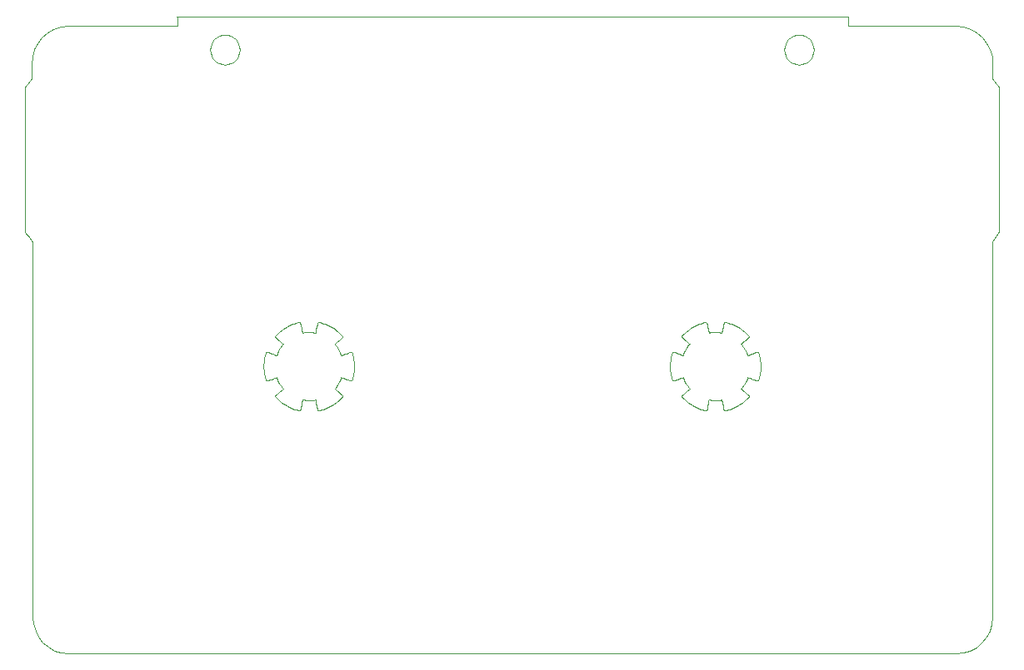
<source format=gbr>
G04 #@! TF.FileFunction,Profile,NP*
%FSLAX46Y46*%
G04 Gerber Fmt 4.6, Leading zero omitted, Abs format (unit mm)*
G04 Created by KiCad (PCBNEW 4.0.7-e0-6372~58~ubuntu16.04.1) date Wed May  1 15:56:19 2019*
%MOMM*%
%LPD*%
G01*
G04 APERTURE LIST*
%ADD10C,0.100000*%
G04 APERTURE END LIST*
D10*
X115972317Y-67627762D02*
X115972317Y-67749650D01*
X115972317Y-67749650D02*
X115972317Y-67871537D01*
X115972317Y-67871537D02*
X115972317Y-67993424D01*
X115972317Y-67993424D02*
X115972317Y-68115313D01*
X115972317Y-68115313D02*
X115972317Y-68237200D01*
X115972317Y-68237200D02*
X115972317Y-68359087D01*
X115972317Y-68359087D02*
X115972317Y-68480976D01*
X115972317Y-68480976D02*
X115972317Y-68602863D01*
X115972317Y-68602863D02*
X114588559Y-68602863D01*
X114588559Y-68602863D02*
X113204804Y-68602863D01*
X113204804Y-68602863D02*
X111821045Y-68602863D01*
X111821045Y-68602863D02*
X110437288Y-68602863D01*
X110437288Y-68602863D02*
X109053524Y-68602863D01*
X109053524Y-68602863D02*
X107669766Y-68602863D01*
X107669766Y-68602863D02*
X106286011Y-68602863D01*
X106286011Y-68602863D02*
X104902253Y-68602863D01*
X104902253Y-68602863D02*
X104142006Y-68683223D01*
X104142006Y-68683223D02*
X103437994Y-68912650D01*
X103437994Y-68912650D02*
X102804126Y-69273670D01*
X102804126Y-69273670D02*
X102254314Y-69748806D01*
X102254314Y-69748806D02*
X101802468Y-70320579D01*
X101802468Y-70320579D02*
X101462500Y-70971517D01*
X101462500Y-70971517D02*
X101248316Y-71684141D01*
X101248316Y-71684141D02*
X101173831Y-72440973D01*
X101173831Y-72440973D02*
X101173831Y-72605441D01*
X101173831Y-72605441D02*
X101173831Y-72769913D01*
X101173831Y-72769913D02*
X101173831Y-72934380D01*
X101173831Y-72934380D02*
X101173831Y-73098849D01*
X101173831Y-73098849D02*
X101173831Y-73263319D01*
X101173831Y-73263319D02*
X101173831Y-73427786D01*
X101173831Y-73427786D02*
X101173831Y-73592258D01*
X101173831Y-73592258D02*
X101173831Y-73756725D01*
X101173831Y-73756725D02*
X101173831Y-73779665D01*
X101173831Y-73779665D02*
X101173831Y-73802605D01*
X101173831Y-73802605D02*
X101173831Y-73825545D01*
X101173831Y-73825545D02*
X101173831Y-73848485D01*
X101173831Y-73848485D02*
X101173831Y-73871425D01*
X101173831Y-73871425D02*
X101173831Y-73894365D01*
X101173831Y-73894365D02*
X101173831Y-73917305D01*
X101173831Y-73917305D02*
X101173831Y-73940245D01*
X101173831Y-73940245D02*
X101090531Y-74049936D01*
X101090531Y-74049936D02*
X101007231Y-74159627D01*
X101007231Y-74159627D02*
X100923931Y-74269318D01*
X100923931Y-74269318D02*
X100840631Y-74379013D01*
X100840631Y-74379013D02*
X100757331Y-74488704D01*
X100757331Y-74488704D02*
X100674031Y-74598395D01*
X100674031Y-74598395D02*
X100590731Y-74708087D01*
X100590731Y-74708087D02*
X100507431Y-74817778D01*
X100507431Y-74817778D02*
X100510831Y-76657597D01*
X100510831Y-76657597D02*
X100514231Y-78497418D01*
X100514231Y-78497418D02*
X100517631Y-80337236D01*
X100517631Y-80337236D02*
X100521031Y-82177057D01*
X100521031Y-82177057D02*
X100524431Y-84016874D01*
X100524431Y-84016874D02*
X100527831Y-85856692D01*
X100527831Y-85856692D02*
X100531231Y-87696513D01*
X100531231Y-87696513D02*
X100534631Y-89536331D01*
X100534631Y-89536331D02*
X100631021Y-89663455D01*
X100631021Y-89663455D02*
X100727411Y-89790579D01*
X100727411Y-89790579D02*
X100823801Y-89917703D01*
X100823801Y-89917703D02*
X100920191Y-90044825D01*
X100920191Y-90044825D02*
X101016581Y-90171949D01*
X101016581Y-90171949D02*
X101112981Y-90299073D01*
X101112981Y-90299073D02*
X101209371Y-90426197D01*
X101209371Y-90426197D02*
X101305764Y-90553321D01*
X101305764Y-90553321D02*
X101305764Y-90734878D01*
X101305764Y-90734878D02*
X101305764Y-90916434D01*
X101305764Y-90916434D02*
X101305764Y-91097990D01*
X101305764Y-91097990D02*
X101305764Y-91279547D01*
X101305764Y-91279547D02*
X101305764Y-91461106D01*
X101305764Y-91461106D02*
X101305764Y-91642662D01*
X101305764Y-91642662D02*
X101305764Y-91824219D01*
X101305764Y-91824219D02*
X101305764Y-92005775D01*
X101305764Y-92005775D02*
X101305764Y-96587890D01*
X101305764Y-96587890D02*
X101305764Y-101170005D01*
X101305764Y-101170005D02*
X101305764Y-105752119D01*
X101305764Y-105752119D02*
X101305764Y-110334234D01*
X101305764Y-110334234D02*
X101305764Y-114916348D01*
X101305764Y-114916348D02*
X101305764Y-119498463D01*
X101305764Y-119498463D02*
X101305764Y-124080579D01*
X101305764Y-124080579D02*
X101305764Y-128662699D01*
X101305764Y-128662699D02*
X101305764Y-128662909D01*
X101305764Y-128662909D02*
X101305764Y-128663119D01*
X101305764Y-128663119D02*
X101305764Y-128663329D01*
X101305764Y-128663329D02*
X101305764Y-128663549D01*
X101305764Y-128663549D02*
X101305764Y-128663759D01*
X101305764Y-128663759D02*
X101305764Y-128663969D01*
X101305764Y-128663969D02*
X101305764Y-128664179D01*
X101305764Y-128664179D02*
X101305764Y-128664389D01*
X101305764Y-128664389D02*
X101377993Y-129400589D01*
X101377993Y-129400589D02*
X101581035Y-130097208D01*
X101581035Y-130097208D02*
X101903384Y-130736208D01*
X101903384Y-130736208D02*
X102333530Y-131299507D01*
X102333530Y-131299507D02*
X102859962Y-131769067D01*
X102859962Y-131769067D02*
X103471173Y-132126826D01*
X103471173Y-132126826D02*
X104155653Y-132354716D01*
X104155653Y-132354716D02*
X104901893Y-132434716D01*
X104901893Y-132434716D02*
X116178594Y-132434716D01*
X116178594Y-132434716D02*
X127455285Y-132434716D01*
X127455285Y-132434716D02*
X138731979Y-132434716D01*
X138731979Y-132434716D02*
X150008670Y-132434716D01*
X150008670Y-132434716D02*
X161285363Y-132434716D01*
X161285363Y-132434716D02*
X172562056Y-132434716D01*
X172562056Y-132434716D02*
X183838747Y-132434716D01*
X183838747Y-132434716D02*
X195115440Y-132434716D01*
X195115440Y-132434716D02*
X195866958Y-132356816D01*
X195866958Y-132356816D02*
X196565281Y-132133896D01*
X196565281Y-132133896D02*
X197195923Y-131782217D01*
X197195923Y-131782217D02*
X197744391Y-131318007D01*
X197744391Y-131318007D02*
X198196200Y-130757498D01*
X198196200Y-130757498D02*
X198536860Y-130116928D01*
X198536860Y-130116928D02*
X198751879Y-129412539D01*
X198751879Y-129412539D02*
X198826769Y-128660559D01*
X198826769Y-128660559D02*
X198826769Y-123986609D01*
X198826769Y-123986609D02*
X198826769Y-119312639D01*
X198826769Y-119312639D02*
X198826769Y-114638678D01*
X198826769Y-114638678D02*
X198826769Y-109964717D01*
X198826769Y-109964717D02*
X198826769Y-105290759D01*
X198826769Y-105290759D02*
X198826769Y-100616798D01*
X198826769Y-100616798D02*
X198826769Y-95942837D01*
X198826769Y-95942837D02*
X198826769Y-91268874D01*
X198826769Y-91268874D02*
X198826769Y-91174134D01*
X198826769Y-91174134D02*
X198826769Y-91079394D01*
X198826769Y-91079394D02*
X198826769Y-90984654D01*
X198826769Y-90984654D02*
X198826769Y-90889914D01*
X198826769Y-90889914D02*
X198826769Y-90795174D01*
X198826769Y-90795174D02*
X198826769Y-90700434D01*
X198826769Y-90700434D02*
X198826769Y-90605694D01*
X198826769Y-90605694D02*
X198826769Y-90510954D01*
X198826769Y-90510954D02*
X198908349Y-90383762D01*
X198908349Y-90383762D02*
X198989929Y-90256568D01*
X198989929Y-90256568D02*
X199071509Y-90129376D01*
X199071509Y-90129376D02*
X199153089Y-90002181D01*
X199153089Y-90002181D02*
X199234669Y-89874989D01*
X199234669Y-89874989D02*
X199316249Y-89747797D01*
X199316249Y-89747797D02*
X199397829Y-89620603D01*
X199397829Y-89620603D02*
X199479429Y-89493411D01*
X199479429Y-89493411D02*
X199482429Y-87659449D01*
X199482429Y-87659449D02*
X199485429Y-85825487D01*
X199485429Y-85825487D02*
X199488429Y-83991525D01*
X199488429Y-83991525D02*
X199491429Y-82157564D01*
X199491429Y-82157564D02*
X199494429Y-80323602D01*
X199494429Y-80323602D02*
X199497429Y-78489640D01*
X199497429Y-78489640D02*
X199500429Y-76655677D01*
X199500429Y-76655677D02*
X199503429Y-74821715D01*
X199503429Y-74821715D02*
X199421529Y-74711945D01*
X199421529Y-74711945D02*
X199339329Y-74602187D01*
X199339329Y-74602187D02*
X199257129Y-74492424D01*
X199257129Y-74492424D02*
X199174929Y-74382665D01*
X199174929Y-74382665D02*
X199092729Y-74272903D01*
X199092729Y-74272903D02*
X199010529Y-74163141D01*
X199010529Y-74163141D02*
X198928329Y-74053382D01*
X198928329Y-74053382D02*
X198846129Y-73943620D01*
X198846129Y-73943620D02*
X198846129Y-73907580D01*
X198846129Y-73907580D02*
X198846129Y-73871550D01*
X198846129Y-73871550D02*
X198846129Y-73835510D01*
X198846129Y-73835510D02*
X198846129Y-73799480D01*
X198846129Y-73799480D02*
X198846129Y-73763440D01*
X198846129Y-73763440D02*
X198846129Y-73727400D01*
X198846129Y-73727400D02*
X198846129Y-73691370D01*
X198846129Y-73691370D02*
X198846129Y-73655330D01*
X198846129Y-73655330D02*
X198846129Y-73504296D01*
X198846129Y-73504296D02*
X198846129Y-73353266D01*
X198846129Y-73353266D02*
X198846129Y-73202231D01*
X198846129Y-73202231D02*
X198846129Y-73051201D01*
X198846129Y-73051201D02*
X198846129Y-72900165D01*
X198846129Y-72900165D02*
X198846129Y-72749131D01*
X198846129Y-72749131D02*
X198846129Y-72598100D01*
X198846129Y-72598100D02*
X198846129Y-72447066D01*
X198846129Y-72447066D02*
X198775089Y-71687155D01*
X198775089Y-71687155D02*
X198561992Y-70972574D01*
X198561992Y-70972574D02*
X198221338Y-70320578D01*
X198221338Y-70320578D02*
X197767627Y-69748429D01*
X197767627Y-69748429D02*
X197215360Y-69273384D01*
X197215360Y-69273384D02*
X196579034Y-68912699D01*
X196579034Y-68912699D02*
X195873148Y-68683633D01*
X195873148Y-68683633D02*
X195112201Y-68603443D01*
X195112201Y-68603443D02*
X193741535Y-68603443D01*
X193741535Y-68603443D02*
X192370869Y-68603443D01*
X192370869Y-68603443D02*
X191000203Y-68603443D01*
X191000203Y-68603443D02*
X189629540Y-68603443D01*
X189629540Y-68603443D02*
X188258875Y-68603443D01*
X188258875Y-68603443D02*
X186888209Y-68603443D01*
X186888209Y-68603443D02*
X185517543Y-68603443D01*
X185517543Y-68603443D02*
X184146877Y-68603443D01*
X184146877Y-68603443D02*
X184146877Y-68481487D01*
X184146877Y-68481487D02*
X184146877Y-68359530D01*
X184146877Y-68359530D02*
X184146877Y-68237575D01*
X184146877Y-68237575D02*
X184146877Y-68115618D01*
X184146877Y-68115618D02*
X184146877Y-67993662D01*
X184146877Y-67993662D02*
X184146877Y-67871706D01*
X184146877Y-67871706D02*
X184146877Y-67749750D01*
X184146877Y-67749750D02*
X184146877Y-67627793D01*
X184146877Y-67627793D02*
X175624608Y-67627793D01*
X175624608Y-67627793D02*
X167102338Y-67627793D01*
X167102338Y-67627793D02*
X158580069Y-67627793D01*
X158580069Y-67627793D02*
X150057799Y-67627793D01*
X150057799Y-67627793D02*
X141535527Y-67627793D01*
X141535527Y-67627793D02*
X133013257Y-67627793D01*
X133013257Y-67627793D02*
X124490986Y-67627793D01*
X124490986Y-67627793D02*
X115968717Y-67627793D01*
X115968717Y-67627793D02*
X115968715Y-67627788D01*
X115968715Y-67627788D02*
X115968712Y-67627783D01*
X115968712Y-67627783D02*
X115968709Y-67627778D01*
X115968709Y-67627778D02*
X115968706Y-67627773D01*
X115968706Y-67627773D02*
X115968704Y-67627769D01*
X115968704Y-67627769D02*
X115968701Y-67627763D01*
X115968701Y-67627763D02*
X115968698Y-67627759D01*
X115968698Y-67627759D02*
X115972298Y-67627793D01*
X115972298Y-67627793D02*
X115972317Y-67627762D01*
X122341739Y-71018131D02*
X122312599Y-71312681D01*
X122312599Y-71312681D02*
X122227349Y-71593224D01*
X122227349Y-71593224D02*
X122089255Y-71851882D01*
X122089255Y-71851882D02*
X121901584Y-72080765D01*
X121901584Y-72080765D02*
X121672699Y-72268438D01*
X121672699Y-72268438D02*
X121414042Y-72406531D01*
X121414042Y-72406531D02*
X121133498Y-72491782D01*
X121133498Y-72491782D02*
X120838948Y-72520922D01*
X120838948Y-72520922D02*
X120544398Y-72491782D01*
X120544398Y-72491782D02*
X120263854Y-72406531D01*
X120263854Y-72406531D02*
X120005197Y-72268438D01*
X120005197Y-72268438D02*
X119776312Y-72080765D01*
X119776312Y-72080765D02*
X119588641Y-71851882D01*
X119588641Y-71851882D02*
X119450547Y-71593224D01*
X119450547Y-71593224D02*
X119365297Y-71312681D01*
X119365297Y-71312681D02*
X119336157Y-71018131D01*
X119336157Y-71018131D02*
X119365297Y-70723580D01*
X119365297Y-70723580D02*
X119450547Y-70443037D01*
X119450547Y-70443037D02*
X119588641Y-70184380D01*
X119588641Y-70184380D02*
X119776312Y-69955495D01*
X119776312Y-69955495D02*
X120005197Y-69767824D01*
X120005197Y-69767824D02*
X120263854Y-69629730D01*
X120263854Y-69629730D02*
X120544398Y-69544480D01*
X120544398Y-69544480D02*
X120838948Y-69515340D01*
X120838948Y-69515340D02*
X121133498Y-69544480D01*
X121133498Y-69544480D02*
X121414042Y-69629730D01*
X121414042Y-69629730D02*
X121672699Y-69767824D01*
X121672699Y-69767824D02*
X121901584Y-69955495D01*
X121901584Y-69955495D02*
X122089255Y-70184380D01*
X122089255Y-70184380D02*
X122227349Y-70443037D01*
X122227349Y-70443037D02*
X122312599Y-70723580D01*
X122312599Y-70723580D02*
X122341739Y-71018131D01*
X122341739Y-71018131D02*
X122341739Y-71018131D01*
X122341739Y-71018131D02*
X122341739Y-71018131D01*
X180678623Y-71018131D02*
X180649483Y-71312681D01*
X180649483Y-71312681D02*
X180564233Y-71593224D01*
X180564233Y-71593224D02*
X180426138Y-71851882D01*
X180426138Y-71851882D02*
X180238466Y-72080765D01*
X180238466Y-72080765D02*
X180009581Y-72268438D01*
X180009581Y-72268438D02*
X179750925Y-72406531D01*
X179750925Y-72406531D02*
X179470382Y-72491782D01*
X179470382Y-72491782D02*
X179175829Y-72520922D01*
X179175829Y-72520922D02*
X178881279Y-72491782D01*
X178881279Y-72491782D02*
X178600736Y-72406531D01*
X178600736Y-72406531D02*
X178342080Y-72268438D01*
X178342080Y-72268438D02*
X178113195Y-72080765D01*
X178113195Y-72080765D02*
X177925523Y-71851882D01*
X177925523Y-71851882D02*
X177787428Y-71593224D01*
X177787428Y-71593224D02*
X177702178Y-71312681D01*
X177702178Y-71312681D02*
X177673038Y-71018131D01*
X177673038Y-71018131D02*
X177702178Y-70723580D01*
X177702178Y-70723580D02*
X177787428Y-70443037D01*
X177787428Y-70443037D02*
X177925523Y-70184380D01*
X177925523Y-70184380D02*
X178113195Y-69955495D01*
X178113195Y-69955495D02*
X178342080Y-69767824D01*
X178342080Y-69767824D02*
X178600736Y-69629730D01*
X178600736Y-69629730D02*
X178881279Y-69544480D01*
X178881279Y-69544480D02*
X179175829Y-69515340D01*
X179175829Y-69515340D02*
X179470382Y-69544480D01*
X179470382Y-69544480D02*
X179750925Y-69629730D01*
X179750925Y-69629730D02*
X180009581Y-69767824D01*
X180009581Y-69767824D02*
X180238466Y-69955495D01*
X180238466Y-69955495D02*
X180426138Y-70184380D01*
X180426138Y-70184380D02*
X180564233Y-70443037D01*
X180564233Y-70443037D02*
X180649483Y-70723580D01*
X180649483Y-70723580D02*
X180678623Y-71018131D01*
X180678623Y-71018131D02*
X180678623Y-71018131D01*
X180678623Y-71018131D02*
X180678623Y-71018131D01*
X130280979Y-98709271D02*
X130234479Y-98778521D01*
X130234479Y-98778521D02*
X130202439Y-98939752D01*
X130202439Y-98939752D02*
X130169889Y-99100980D01*
X130169889Y-99100980D02*
X130137329Y-99262210D01*
X130137329Y-99262210D02*
X130105289Y-99423444D01*
X130105289Y-99423444D02*
X130072739Y-99584675D01*
X130072739Y-99584675D02*
X130041219Y-99745389D01*
X130041219Y-99745389D02*
X130028799Y-99806369D01*
X130028799Y-99806369D02*
X129974539Y-99794999D01*
X129974539Y-99794999D02*
X129630895Y-99751079D01*
X129630895Y-99751079D02*
X129283629Y-99742279D01*
X129283629Y-99742279D02*
X128937913Y-99767599D01*
X128937913Y-99767599D02*
X128703818Y-99808429D01*
X128703818Y-99808429D02*
X128691368Y-99750499D01*
X128691368Y-99750499D02*
X128658808Y-99588752D01*
X128658808Y-99588752D02*
X128626248Y-99426488D01*
X128626248Y-99426488D02*
X128593688Y-99264741D01*
X128593688Y-99264741D02*
X128561138Y-99102477D01*
X128561138Y-99102477D02*
X128529098Y-98940211D01*
X128529098Y-98940211D02*
X128496548Y-98777950D01*
X128496548Y-98777950D02*
X128432468Y-98713870D01*
X128432468Y-98713870D02*
X128252143Y-98755090D01*
X128252143Y-98755090D02*
X128074128Y-98803370D01*
X128074128Y-98803370D02*
X127898610Y-98858610D01*
X127898610Y-98858610D02*
X127725784Y-98920700D01*
X127725784Y-98920700D02*
X127555832Y-98989520D01*
X127555832Y-98989520D02*
X127388954Y-99064970D01*
X127388954Y-99064970D02*
X127225334Y-99146940D01*
X127225334Y-99146940D02*
X127065163Y-99235310D01*
X127065163Y-99235310D02*
X126908631Y-99329980D01*
X126908631Y-99329980D02*
X126755929Y-99430838D01*
X126755929Y-99430838D02*
X126607249Y-99537778D01*
X126607249Y-99537778D02*
X126462780Y-99650683D01*
X126462780Y-99650683D02*
X126322710Y-99769445D01*
X126322710Y-99769445D02*
X126187233Y-99893956D01*
X126187233Y-99893956D02*
X126056535Y-100024106D01*
X126056535Y-100024106D02*
X125930810Y-100159781D01*
X125930810Y-100159781D02*
X125955110Y-100245561D01*
X125955110Y-100245561D02*
X126079649Y-100355630D01*
X126079649Y-100355630D02*
X126204707Y-100465186D01*
X126204707Y-100465186D02*
X126329246Y-100575256D01*
X126329246Y-100575256D02*
X126453785Y-100685325D01*
X126453785Y-100685325D02*
X126579360Y-100794881D01*
X126579360Y-100794881D02*
X126703902Y-100904437D01*
X126703902Y-100904437D02*
X126744212Y-100940087D01*
X126744212Y-100940087D02*
X126658422Y-101039307D01*
X126658422Y-101039307D02*
X126455335Y-101320426D01*
X126455335Y-101320426D02*
X126280671Y-101620668D01*
X126280671Y-101620668D02*
X126137008Y-101936410D01*
X126137008Y-101936410D02*
X126084818Y-102088855D01*
X126084818Y-102088855D02*
X126031588Y-102070765D01*
X126031588Y-102070765D02*
X125873458Y-102017535D01*
X125873458Y-102017535D02*
X125715846Y-101964305D01*
X125715846Y-101964305D02*
X125558233Y-101911075D01*
X125558233Y-101911075D02*
X125400621Y-101857845D01*
X125400621Y-101857845D02*
X125243005Y-101804615D01*
X125243005Y-101804615D02*
X125085392Y-101751395D01*
X125085392Y-101751395D02*
X125000122Y-101774115D01*
X125000122Y-101774115D02*
X124972102Y-101861335D01*
X124972102Y-101861335D02*
X124945852Y-101949035D01*
X124945852Y-101949035D02*
X124921352Y-102037195D01*
X124921352Y-102037195D02*
X124898632Y-102125775D01*
X124898632Y-102125775D02*
X124877662Y-102214755D01*
X124877662Y-102214755D02*
X124858472Y-102304115D01*
X124858472Y-102304115D02*
X124841082Y-102393815D01*
X124841082Y-102393815D02*
X124825472Y-102483835D01*
X124825472Y-102483835D02*
X124811672Y-102574145D01*
X124811672Y-102574145D02*
X124799652Y-102664725D01*
X124799652Y-102664725D02*
X124789432Y-102755545D01*
X124789432Y-102755545D02*
X124781032Y-102846575D01*
X124781032Y-102846575D02*
X124774432Y-102937785D01*
X124774432Y-102937785D02*
X124769632Y-103029155D01*
X124769632Y-103029155D02*
X124766632Y-103120655D01*
X124766632Y-103120655D02*
X124765532Y-103212265D01*
X124765532Y-103212265D02*
X124766932Y-103304845D01*
X124766932Y-103304845D02*
X124770132Y-103397315D01*
X124770132Y-103397315D02*
X124775132Y-103489645D01*
X124775132Y-103489645D02*
X124782032Y-103581815D01*
X124782032Y-103581815D02*
X124790732Y-103673795D01*
X124790732Y-103673795D02*
X124801292Y-103765555D01*
X124801292Y-103765555D02*
X124813682Y-103857065D01*
X124813682Y-103857065D02*
X124827882Y-103948295D01*
X124827882Y-103948295D02*
X124843942Y-104039225D01*
X124843942Y-104039225D02*
X124861812Y-104129825D01*
X124861812Y-104129825D02*
X124881482Y-104220055D01*
X124881482Y-104220055D02*
X124902992Y-104309905D01*
X124902992Y-104309905D02*
X124926302Y-104399345D01*
X124926302Y-104399345D02*
X124951422Y-104488335D01*
X124951422Y-104488335D02*
X124978342Y-104576865D01*
X124978342Y-104576865D02*
X125007052Y-104664895D01*
X125007052Y-104664895D02*
X125085602Y-104685555D01*
X125085602Y-104685555D02*
X125241663Y-104632325D01*
X125241663Y-104632325D02*
X125398245Y-104579615D01*
X125398245Y-104579615D02*
X125554825Y-104526905D01*
X125554825Y-104526905D02*
X125710885Y-104474195D01*
X125710885Y-104474195D02*
X125867468Y-104421485D01*
X125867468Y-104421485D02*
X126023528Y-104368255D01*
X126023528Y-104368255D02*
X126086578Y-104347065D01*
X126086578Y-104347065D02*
X126201818Y-104639551D01*
X126201818Y-104639551D02*
X126359430Y-104948060D01*
X126359430Y-104948060D02*
X126489653Y-105156317D01*
X126489653Y-105156317D02*
X126698427Y-105433818D01*
X126698427Y-105433818D02*
X126751647Y-105491698D01*
X126751647Y-105491698D02*
X126695317Y-105540788D01*
X126695317Y-105540788D02*
X126571811Y-105649308D01*
X126571811Y-105649308D02*
X126448305Y-105757831D01*
X126448305Y-105757831D02*
X126324796Y-105866349D01*
X126324796Y-105866349D02*
X126201292Y-105974872D01*
X126201292Y-105974872D02*
X126078300Y-106083392D01*
X126078300Y-106083392D02*
X125954794Y-106191912D01*
X125954794Y-106191912D02*
X125934134Y-106267362D01*
X125934134Y-106267362D02*
X126059912Y-106403427D01*
X126059912Y-106403427D02*
X126190685Y-106533949D01*
X126190685Y-106533949D02*
X126326258Y-106658815D01*
X126326258Y-106658815D02*
X126466448Y-106777925D01*
X126466448Y-106777925D02*
X126611055Y-106891158D01*
X126611055Y-106891158D02*
X126759897Y-106998405D01*
X126759897Y-106998405D02*
X126912774Y-107099559D01*
X126912774Y-107099559D02*
X127069500Y-107194509D01*
X127069500Y-107194509D02*
X127229883Y-107283139D01*
X127229883Y-107283139D02*
X127393731Y-107365339D01*
X127393731Y-107365339D02*
X127560852Y-107441009D01*
X127560852Y-107441009D02*
X127731060Y-107510029D01*
X127731060Y-107510029D02*
X127904157Y-107572289D01*
X127904157Y-107572289D02*
X128079954Y-107627679D01*
X128079954Y-107627679D02*
X128258264Y-107676089D01*
X128258264Y-107676089D02*
X128438890Y-107717409D01*
X128438890Y-107717409D02*
X128495730Y-107659529D01*
X128495730Y-107659529D02*
X128528290Y-107498299D01*
X128528290Y-107498299D02*
X128560330Y-107336552D01*
X128560330Y-107336552D02*
X128592890Y-107175324D01*
X128592890Y-107175324D02*
X128625450Y-107014087D01*
X128625450Y-107014087D02*
X128657490Y-106852859D01*
X128657490Y-106852859D02*
X128689530Y-106692145D01*
X128689530Y-106692145D02*
X128704520Y-106618765D01*
X128704520Y-106618765D02*
X128756710Y-106629605D01*
X128756710Y-106629605D02*
X129101391Y-106673525D01*
X129101391Y-106673525D02*
X129447625Y-106682325D01*
X129447625Y-106682325D02*
X129794373Y-106657545D01*
X129794373Y-106657545D02*
X130027429Y-106617235D01*
X130027429Y-106617235D02*
X130041369Y-106686485D01*
X130041369Y-106686485D02*
X130073409Y-106848233D01*
X130073409Y-106848233D02*
X130105969Y-107011016D01*
X130105969Y-107011016D02*
X130138519Y-107172760D01*
X130138519Y-107172760D02*
X130171079Y-107334507D01*
X130171079Y-107334507D02*
X130203639Y-107496771D01*
X130203639Y-107496771D02*
X130235679Y-107658518D01*
X130235679Y-107658518D02*
X130289939Y-107713808D01*
X130289939Y-107713808D02*
X130470637Y-107672818D01*
X130470637Y-107672818D02*
X130649027Y-107624738D01*
X130649027Y-107624738D02*
X130824919Y-107569678D01*
X130824919Y-107569678D02*
X130998127Y-107507738D01*
X130998127Y-107507738D02*
X131168451Y-107439038D01*
X131168451Y-107439038D02*
X131335707Y-107363678D01*
X131335707Y-107363678D02*
X131499701Y-107281778D01*
X131499701Y-107281778D02*
X131660240Y-107193438D01*
X131660240Y-107193438D02*
X131817136Y-107098788D01*
X131817136Y-107098788D02*
X131970194Y-106997919D01*
X131970194Y-106997919D02*
X132119227Y-106890946D01*
X132119227Y-106890946D02*
X132264041Y-106777986D01*
X132264041Y-106777986D02*
X132404446Y-106659146D01*
X132404446Y-106659146D02*
X132540246Y-106534527D01*
X132540246Y-106534527D02*
X132671253Y-106404251D01*
X132671253Y-106404251D02*
X132797280Y-106268423D01*
X132797280Y-106268423D02*
X132777130Y-106191423D01*
X132777130Y-106191423D02*
X132651555Y-106082387D01*
X132651555Y-106082387D02*
X132526500Y-105972314D01*
X132526500Y-105972314D02*
X132401958Y-105862245D01*
X132401958Y-105862245D02*
X132276903Y-105752173D01*
X132276903Y-105752173D02*
X132151331Y-105642620D01*
X132151331Y-105642620D02*
X132026789Y-105532547D01*
X132026789Y-105532547D02*
X131980799Y-105491727D01*
X131980799Y-105491727D02*
X132073299Y-105385273D01*
X132073299Y-105385273D02*
X132276389Y-105104154D01*
X132276389Y-105104154D02*
X132450540Y-104804431D01*
X132450540Y-104804431D02*
X132594199Y-104488170D01*
X132594199Y-104488170D02*
X132642779Y-104346576D01*
X132642779Y-104346576D02*
X132699619Y-104365706D01*
X132699619Y-104365706D02*
X132857751Y-104418936D01*
X132857751Y-104418936D02*
X133015363Y-104472676D01*
X133015363Y-104472676D02*
X133172976Y-104525386D01*
X133172976Y-104525386D02*
X133330588Y-104579136D01*
X133330588Y-104579136D02*
X133488718Y-104632356D01*
X133488718Y-104632356D02*
X133646333Y-104685586D01*
X133646333Y-104685586D02*
X133726433Y-104664926D01*
X133726433Y-104664926D02*
X133755013Y-104576876D01*
X133755013Y-104576876D02*
X133781793Y-104488336D01*
X133781793Y-104488336D02*
X133806773Y-104399326D01*
X133806773Y-104399326D02*
X133829943Y-104309876D01*
X133829943Y-104309876D02*
X133851303Y-104220016D01*
X133851303Y-104220016D02*
X133870863Y-104129766D01*
X133870863Y-104129766D02*
X133888583Y-104039166D01*
X133888583Y-104039166D02*
X133904503Y-103948236D01*
X133904503Y-103948236D02*
X133918583Y-103857006D01*
X133918583Y-103857006D02*
X133930833Y-103765506D01*
X133930833Y-103765506D02*
X133941243Y-103673756D01*
X133941243Y-103673756D02*
X133949843Y-103581786D01*
X133949843Y-103581786D02*
X133956543Y-103489626D01*
X133956543Y-103489626D02*
X133961443Y-103397306D01*
X133961443Y-103397306D02*
X133964443Y-103304846D01*
X133964443Y-103304846D02*
X133965543Y-103212286D01*
X133965543Y-103212286D02*
X133964143Y-103120586D01*
X133964143Y-103120586D02*
X133961043Y-103028996D01*
X133961043Y-103028996D02*
X133956143Y-102937546D01*
X133956143Y-102937546D02*
X133949443Y-102846246D01*
X133949443Y-102846246D02*
X133940843Y-102755146D01*
X133940843Y-102755146D02*
X133930483Y-102664256D01*
X133930483Y-102664256D02*
X133918323Y-102573606D01*
X133918323Y-102573606D02*
X133904353Y-102483226D01*
X133904353Y-102483226D02*
X133888573Y-102393136D01*
X133888573Y-102393136D02*
X133871023Y-102303376D01*
X133871023Y-102303376D02*
X133851693Y-102213966D01*
X133851693Y-102213966D02*
X133830583Y-102124926D01*
X133830583Y-102124926D02*
X133807693Y-102036296D01*
X133807693Y-102036296D02*
X133783023Y-101948096D01*
X133783023Y-101948096D02*
X133756583Y-101860346D01*
X133756583Y-101860346D02*
X133728393Y-101773086D01*
X133728393Y-101773086D02*
X133645713Y-101750846D01*
X133645713Y-101750846D02*
X133489133Y-101804066D01*
X133489133Y-101804066D02*
X133332556Y-101856776D01*
X133332556Y-101856776D02*
X133176493Y-101909486D01*
X133176493Y-101909486D02*
X133019913Y-101962716D01*
X133019913Y-101962716D02*
X132863850Y-102015426D01*
X132863850Y-102015426D02*
X132707273Y-102068126D01*
X132707273Y-102068126D02*
X132648873Y-102087766D01*
X132648873Y-102087766D02*
X132530532Y-101785461D01*
X132530532Y-101785461D02*
X132371886Y-101476436D01*
X132371886Y-101476436D02*
X132241660Y-101268182D01*
X132241660Y-101268182D02*
X132033406Y-100991195D01*
X132033406Y-100991195D02*
X131986376Y-100940035D01*
X131986376Y-100940035D02*
X132034956Y-100897145D01*
X132034956Y-100897145D02*
X132158462Y-100788628D01*
X132158462Y-100788628D02*
X132281971Y-100679588D01*
X132281971Y-100679588D02*
X132405474Y-100571585D01*
X132405474Y-100571585D02*
X132528983Y-100463065D01*
X132528983Y-100463065D02*
X132651973Y-100354545D01*
X132651973Y-100354545D02*
X132775479Y-100246025D01*
X132775479Y-100246025D02*
X132817859Y-100180395D01*
X132817859Y-100180395D02*
X132690814Y-100041146D01*
X132690814Y-100041146D02*
X132558562Y-99907607D01*
X132558562Y-99907607D02*
X132421314Y-99779896D01*
X132421314Y-99779896D02*
X132279266Y-99658126D01*
X132279266Y-99658126D02*
X132132627Y-99542417D01*
X132132627Y-99542417D02*
X131981595Y-99432884D01*
X131981595Y-99432884D02*
X131826370Y-99329647D01*
X131826370Y-99329647D02*
X131667152Y-99232817D01*
X131667152Y-99232817D02*
X131504143Y-99142517D01*
X131504143Y-99142517D02*
X131337547Y-99058857D01*
X131337547Y-99058857D02*
X131167562Y-98981957D01*
X131167562Y-98981957D02*
X130994393Y-98911937D01*
X130994393Y-98911937D02*
X130818230Y-98848907D01*
X130818230Y-98848907D02*
X130639287Y-98792987D01*
X130639287Y-98792987D02*
X130457756Y-98744297D01*
X130457756Y-98744297D02*
X130280972Y-98709277D01*
X130280972Y-98709277D02*
X130280979Y-98709271D01*
X171578650Y-98709271D02*
X171532150Y-98778521D01*
X171532150Y-98778521D02*
X171500110Y-98939752D01*
X171500110Y-98939752D02*
X171467560Y-99100980D01*
X171467560Y-99100980D02*
X171435000Y-99262210D01*
X171435000Y-99262210D02*
X171402960Y-99423444D01*
X171402960Y-99423444D02*
X171370410Y-99584675D01*
X171370410Y-99584675D02*
X171338890Y-99745389D01*
X171338890Y-99745389D02*
X171326470Y-99806369D01*
X171326470Y-99806369D02*
X171272210Y-99794999D01*
X171272210Y-99794999D02*
X170928566Y-99751079D01*
X170928566Y-99751079D02*
X170581300Y-99742279D01*
X170581300Y-99742279D02*
X170235584Y-99767599D01*
X170235584Y-99767599D02*
X170001489Y-99808429D01*
X170001489Y-99808429D02*
X169989039Y-99750499D01*
X169989039Y-99750499D02*
X169956479Y-99588752D01*
X169956479Y-99588752D02*
X169923919Y-99426488D01*
X169923919Y-99426488D02*
X169891359Y-99264741D01*
X169891359Y-99264741D02*
X169858809Y-99102477D01*
X169858809Y-99102477D02*
X169826769Y-98940211D01*
X169826769Y-98940211D02*
X169794219Y-98777950D01*
X169794219Y-98777950D02*
X169730139Y-98713870D01*
X169730139Y-98713870D02*
X169549814Y-98755090D01*
X169549814Y-98755090D02*
X169371799Y-98803370D01*
X169371799Y-98803370D02*
X169196281Y-98858610D01*
X169196281Y-98858610D02*
X169023455Y-98920700D01*
X169023455Y-98920700D02*
X168853503Y-98989520D01*
X168853503Y-98989520D02*
X168686625Y-99064970D01*
X168686625Y-99064970D02*
X168523005Y-99146940D01*
X168523005Y-99146940D02*
X168362834Y-99235310D01*
X168362834Y-99235310D02*
X168206302Y-99329980D01*
X168206302Y-99329980D02*
X168053600Y-99430838D01*
X168053600Y-99430838D02*
X167904920Y-99537778D01*
X167904920Y-99537778D02*
X167760451Y-99650683D01*
X167760451Y-99650683D02*
X167620381Y-99769445D01*
X167620381Y-99769445D02*
X167484904Y-99893956D01*
X167484904Y-99893956D02*
X167354206Y-100024106D01*
X167354206Y-100024106D02*
X167228481Y-100159781D01*
X167228481Y-100159781D02*
X167252781Y-100245561D01*
X167252781Y-100245561D02*
X167377320Y-100355630D01*
X167377320Y-100355630D02*
X167502378Y-100465186D01*
X167502378Y-100465186D02*
X167626917Y-100575256D01*
X167626917Y-100575256D02*
X167751456Y-100685325D01*
X167751456Y-100685325D02*
X167877031Y-100794881D01*
X167877031Y-100794881D02*
X168001573Y-100904437D01*
X168001573Y-100904437D02*
X168041883Y-100940087D01*
X168041883Y-100940087D02*
X167956093Y-101039307D01*
X167956093Y-101039307D02*
X167753006Y-101320426D01*
X167753006Y-101320426D02*
X167578342Y-101620668D01*
X167578342Y-101620668D02*
X167434679Y-101936410D01*
X167434679Y-101936410D02*
X167382489Y-102088855D01*
X167382489Y-102088855D02*
X167329259Y-102070765D01*
X167329259Y-102070765D02*
X167171129Y-102017535D01*
X167171129Y-102017535D02*
X167013517Y-101964305D01*
X167013517Y-101964305D02*
X166855904Y-101911075D01*
X166855904Y-101911075D02*
X166698292Y-101857845D01*
X166698292Y-101857845D02*
X166540676Y-101804615D01*
X166540676Y-101804615D02*
X166383063Y-101751395D01*
X166383063Y-101751395D02*
X166297793Y-101774115D01*
X166297793Y-101774115D02*
X166269773Y-101861335D01*
X166269773Y-101861335D02*
X166243523Y-101949035D01*
X166243523Y-101949035D02*
X166219023Y-102037195D01*
X166219023Y-102037195D02*
X166196303Y-102125775D01*
X166196303Y-102125775D02*
X166175333Y-102214755D01*
X166175333Y-102214755D02*
X166156143Y-102304115D01*
X166156143Y-102304115D02*
X166138753Y-102393815D01*
X166138753Y-102393815D02*
X166123143Y-102483835D01*
X166123143Y-102483835D02*
X166109343Y-102574145D01*
X166109343Y-102574145D02*
X166097323Y-102664725D01*
X166097323Y-102664725D02*
X166087103Y-102755545D01*
X166087103Y-102755545D02*
X166078703Y-102846575D01*
X166078703Y-102846575D02*
X166072103Y-102937785D01*
X166072103Y-102937785D02*
X166067303Y-103029155D01*
X166067303Y-103029155D02*
X166064303Y-103120655D01*
X166064303Y-103120655D02*
X166063203Y-103212265D01*
X166063203Y-103212265D02*
X166064603Y-103304845D01*
X166064603Y-103304845D02*
X166067803Y-103397315D01*
X166067803Y-103397315D02*
X166072803Y-103489645D01*
X166072803Y-103489645D02*
X166079703Y-103581815D01*
X166079703Y-103581815D02*
X166088403Y-103673795D01*
X166088403Y-103673795D02*
X166098963Y-103765555D01*
X166098963Y-103765555D02*
X166111353Y-103857065D01*
X166111353Y-103857065D02*
X166125553Y-103948295D01*
X166125553Y-103948295D02*
X166141613Y-104039225D01*
X166141613Y-104039225D02*
X166159483Y-104129825D01*
X166159483Y-104129825D02*
X166179153Y-104220055D01*
X166179153Y-104220055D02*
X166200663Y-104309905D01*
X166200663Y-104309905D02*
X166223973Y-104399345D01*
X166223973Y-104399345D02*
X166249093Y-104488335D01*
X166249093Y-104488335D02*
X166276013Y-104576865D01*
X166276013Y-104576865D02*
X166304723Y-104664895D01*
X166304723Y-104664895D02*
X166383273Y-104685555D01*
X166383273Y-104685555D02*
X166539334Y-104632325D01*
X166539334Y-104632325D02*
X166695916Y-104579615D01*
X166695916Y-104579615D02*
X166852496Y-104526905D01*
X166852496Y-104526905D02*
X167008556Y-104474195D01*
X167008556Y-104474195D02*
X167165139Y-104421485D01*
X167165139Y-104421485D02*
X167321199Y-104368255D01*
X167321199Y-104368255D02*
X167384249Y-104347065D01*
X167384249Y-104347065D02*
X167499489Y-104639551D01*
X167499489Y-104639551D02*
X167657101Y-104948060D01*
X167657101Y-104948060D02*
X167787324Y-105156317D01*
X167787324Y-105156317D02*
X167996098Y-105433818D01*
X167996098Y-105433818D02*
X168049318Y-105491698D01*
X168049318Y-105491698D02*
X167992988Y-105540788D01*
X167992988Y-105540788D02*
X167869482Y-105649308D01*
X167869482Y-105649308D02*
X167745976Y-105757831D01*
X167745976Y-105757831D02*
X167622467Y-105866349D01*
X167622467Y-105866349D02*
X167498963Y-105974872D01*
X167498963Y-105974872D02*
X167375971Y-106083392D01*
X167375971Y-106083392D02*
X167252465Y-106191912D01*
X167252465Y-106191912D02*
X167231805Y-106267362D01*
X167231805Y-106267362D02*
X167357583Y-106403427D01*
X167357583Y-106403427D02*
X167488356Y-106533949D01*
X167488356Y-106533949D02*
X167623929Y-106658815D01*
X167623929Y-106658815D02*
X167764119Y-106777925D01*
X167764119Y-106777925D02*
X167908726Y-106891158D01*
X167908726Y-106891158D02*
X168057568Y-106998405D01*
X168057568Y-106998405D02*
X168210445Y-107099559D01*
X168210445Y-107099559D02*
X168367171Y-107194509D01*
X168367171Y-107194509D02*
X168527554Y-107283139D01*
X168527554Y-107283139D02*
X168691402Y-107365339D01*
X168691402Y-107365339D02*
X168858523Y-107441009D01*
X168858523Y-107441009D02*
X169028731Y-107510029D01*
X169028731Y-107510029D02*
X169201828Y-107572289D01*
X169201828Y-107572289D02*
X169377625Y-107627679D01*
X169377625Y-107627679D02*
X169555935Y-107676089D01*
X169555935Y-107676089D02*
X169736561Y-107717409D01*
X169736561Y-107717409D02*
X169793401Y-107659529D01*
X169793401Y-107659529D02*
X169825961Y-107498299D01*
X169825961Y-107498299D02*
X169858001Y-107336552D01*
X169858001Y-107336552D02*
X169890561Y-107175324D01*
X169890561Y-107175324D02*
X169923121Y-107014087D01*
X169923121Y-107014087D02*
X169955161Y-106852859D01*
X169955161Y-106852859D02*
X169987201Y-106692145D01*
X169987201Y-106692145D02*
X170002191Y-106618765D01*
X170002191Y-106618765D02*
X170054381Y-106629605D01*
X170054381Y-106629605D02*
X170399062Y-106673525D01*
X170399062Y-106673525D02*
X170745296Y-106682325D01*
X170745296Y-106682325D02*
X171092044Y-106657545D01*
X171092044Y-106657545D02*
X171325100Y-106617235D01*
X171325100Y-106617235D02*
X171339040Y-106686485D01*
X171339040Y-106686485D02*
X171371080Y-106848233D01*
X171371080Y-106848233D02*
X171403640Y-107011016D01*
X171403640Y-107011016D02*
X171436190Y-107172760D01*
X171436190Y-107172760D02*
X171468750Y-107334507D01*
X171468750Y-107334507D02*
X171501310Y-107496771D01*
X171501310Y-107496771D02*
X171533350Y-107658518D01*
X171533350Y-107658518D02*
X171587610Y-107713808D01*
X171587610Y-107713808D02*
X171768308Y-107672818D01*
X171768308Y-107672818D02*
X171946698Y-107624738D01*
X171946698Y-107624738D02*
X172122590Y-107569678D01*
X172122590Y-107569678D02*
X172295798Y-107507738D01*
X172295798Y-107507738D02*
X172466122Y-107439038D01*
X172466122Y-107439038D02*
X172633378Y-107363678D01*
X172633378Y-107363678D02*
X172797372Y-107281778D01*
X172797372Y-107281778D02*
X172957911Y-107193438D01*
X172957911Y-107193438D02*
X173114807Y-107098788D01*
X173114807Y-107098788D02*
X173267865Y-106997919D01*
X173267865Y-106997919D02*
X173416898Y-106890946D01*
X173416898Y-106890946D02*
X173561712Y-106777986D01*
X173561712Y-106777986D02*
X173702117Y-106659146D01*
X173702117Y-106659146D02*
X173837917Y-106534527D01*
X173837917Y-106534527D02*
X173968924Y-106404251D01*
X173968924Y-106404251D02*
X174094951Y-106268423D01*
X174094951Y-106268423D02*
X174074801Y-106191423D01*
X174074801Y-106191423D02*
X173949226Y-106082387D01*
X173949226Y-106082387D02*
X173824171Y-105972314D01*
X173824171Y-105972314D02*
X173699629Y-105862245D01*
X173699629Y-105862245D02*
X173574574Y-105752173D01*
X173574574Y-105752173D02*
X173449002Y-105642620D01*
X173449002Y-105642620D02*
X173324460Y-105532547D01*
X173324460Y-105532547D02*
X173278470Y-105491727D01*
X173278470Y-105491727D02*
X173370970Y-105385273D01*
X173370970Y-105385273D02*
X173574060Y-105104154D01*
X173574060Y-105104154D02*
X173748211Y-104804431D01*
X173748211Y-104804431D02*
X173891870Y-104488170D01*
X173891870Y-104488170D02*
X173940450Y-104346576D01*
X173940450Y-104346576D02*
X173997290Y-104365706D01*
X173997290Y-104365706D02*
X174155422Y-104418936D01*
X174155422Y-104418936D02*
X174313034Y-104472676D01*
X174313034Y-104472676D02*
X174470647Y-104525386D01*
X174470647Y-104525386D02*
X174628259Y-104579136D01*
X174628259Y-104579136D02*
X174786389Y-104632356D01*
X174786389Y-104632356D02*
X174944004Y-104685586D01*
X174944004Y-104685586D02*
X175024104Y-104664926D01*
X175024104Y-104664926D02*
X175052684Y-104576876D01*
X175052684Y-104576876D02*
X175079464Y-104488336D01*
X175079464Y-104488336D02*
X175104444Y-104399326D01*
X175104444Y-104399326D02*
X175127614Y-104309876D01*
X175127614Y-104309876D02*
X175148974Y-104220016D01*
X175148974Y-104220016D02*
X175168534Y-104129766D01*
X175168534Y-104129766D02*
X175186254Y-104039166D01*
X175186254Y-104039166D02*
X175202174Y-103948236D01*
X175202174Y-103948236D02*
X175216254Y-103857006D01*
X175216254Y-103857006D02*
X175228504Y-103765506D01*
X175228504Y-103765506D02*
X175238914Y-103673756D01*
X175238914Y-103673756D02*
X175247514Y-103581786D01*
X175247514Y-103581786D02*
X175254214Y-103489626D01*
X175254214Y-103489626D02*
X175259114Y-103397306D01*
X175259114Y-103397306D02*
X175262114Y-103304846D01*
X175262114Y-103304846D02*
X175263214Y-103212286D01*
X175263214Y-103212286D02*
X175261814Y-103120586D01*
X175261814Y-103120586D02*
X175258714Y-103028996D01*
X175258714Y-103028996D02*
X175253814Y-102937546D01*
X175253814Y-102937546D02*
X175247114Y-102846246D01*
X175247114Y-102846246D02*
X175238514Y-102755146D01*
X175238514Y-102755146D02*
X175228154Y-102664256D01*
X175228154Y-102664256D02*
X175215994Y-102573606D01*
X175215994Y-102573606D02*
X175202024Y-102483226D01*
X175202024Y-102483226D02*
X175186244Y-102393136D01*
X175186244Y-102393136D02*
X175168694Y-102303376D01*
X175168694Y-102303376D02*
X175149364Y-102213966D01*
X175149364Y-102213966D02*
X175128254Y-102124926D01*
X175128254Y-102124926D02*
X175105364Y-102036296D01*
X175105364Y-102036296D02*
X175080694Y-101948096D01*
X175080694Y-101948096D02*
X175054254Y-101860346D01*
X175054254Y-101860346D02*
X175026064Y-101773086D01*
X175026064Y-101773086D02*
X174943384Y-101750846D01*
X174943384Y-101750846D02*
X174786804Y-101804066D01*
X174786804Y-101804066D02*
X174630227Y-101856776D01*
X174630227Y-101856776D02*
X174474164Y-101909486D01*
X174474164Y-101909486D02*
X174317584Y-101962716D01*
X174317584Y-101962716D02*
X174161521Y-102015426D01*
X174161521Y-102015426D02*
X174004944Y-102068126D01*
X174004944Y-102068126D02*
X173946544Y-102087766D01*
X173946544Y-102087766D02*
X173828203Y-101785461D01*
X173828203Y-101785461D02*
X173669557Y-101476436D01*
X173669557Y-101476436D02*
X173539331Y-101268182D01*
X173539331Y-101268182D02*
X173331077Y-100991195D01*
X173331077Y-100991195D02*
X173284047Y-100940035D01*
X173284047Y-100940035D02*
X173332627Y-100897145D01*
X173332627Y-100897145D02*
X173456133Y-100788628D01*
X173456133Y-100788628D02*
X173579642Y-100679588D01*
X173579642Y-100679588D02*
X173703145Y-100571585D01*
X173703145Y-100571585D02*
X173826654Y-100463065D01*
X173826654Y-100463065D02*
X173949644Y-100354545D01*
X173949644Y-100354545D02*
X174073150Y-100246025D01*
X174073150Y-100246025D02*
X174115530Y-100180395D01*
X174115530Y-100180395D02*
X173988485Y-100041146D01*
X173988485Y-100041146D02*
X173856233Y-99907607D01*
X173856233Y-99907607D02*
X173718985Y-99779896D01*
X173718985Y-99779896D02*
X173576937Y-99658126D01*
X173576937Y-99658126D02*
X173430298Y-99542417D01*
X173430298Y-99542417D02*
X173279266Y-99432884D01*
X173279266Y-99432884D02*
X173124041Y-99329647D01*
X173124041Y-99329647D02*
X172964823Y-99232817D01*
X172964823Y-99232817D02*
X172801814Y-99142517D01*
X172801814Y-99142517D02*
X172635218Y-99058857D01*
X172635218Y-99058857D02*
X172465233Y-98981957D01*
X172465233Y-98981957D02*
X172292064Y-98911937D01*
X172292064Y-98911937D02*
X172115901Y-98848907D01*
X172115901Y-98848907D02*
X171936958Y-98792987D01*
X171936958Y-98792987D02*
X171755427Y-98744297D01*
X171755427Y-98744297D02*
X171578643Y-98709277D01*
X171578643Y-98709277D02*
X171578650Y-98709271D01*
M02*

</source>
